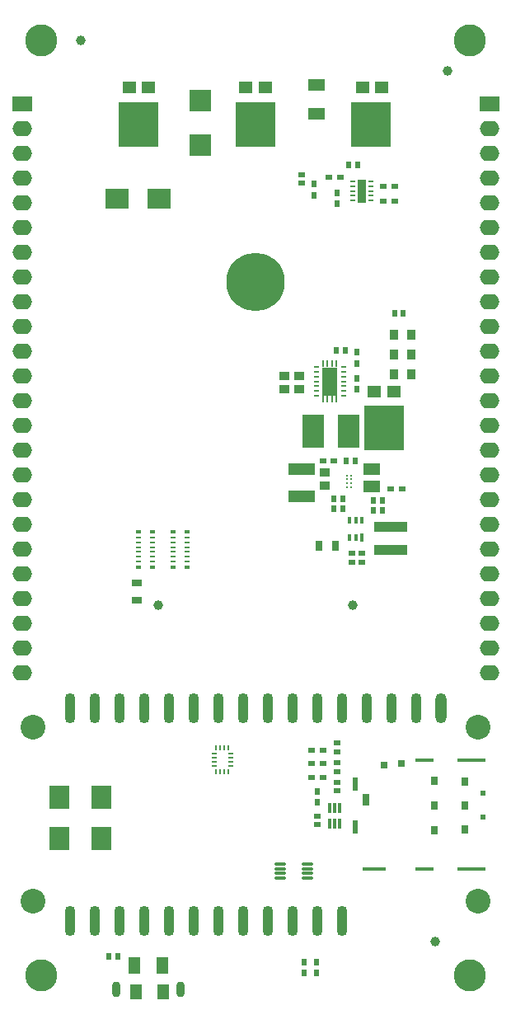
<source format=gbr>
G04*
G04 #@! TF.GenerationSoftware,Altium Limited,Altium Designer,22.4.2 (48)*
G04*
G04 Layer_Color=255*
%FSLAX25Y25*%
%MOIN*%
G70*
G04*
G04 #@! TF.SameCoordinates,F1429C7B-AB02-4E32-93F6-432C4BA2DB55*
G04*
G04*
G04 #@! TF.FilePolarity,Positive*
G04*
G01*
G75*
%ADD49C,0.03937*%
G04:AMPARAMS|DCode=57|XSize=45.67mil|YSize=122.05mil|CornerRadius=22.84mil|HoleSize=0mil|Usage=FLASHONLY|Rotation=0.000|XOffset=0mil|YOffset=0mil|HoleType=Round|Shape=RoundedRectangle|*
%AMROUNDEDRECTD57*
21,1,0.04567,0.07638,0,0,0.0*
21,1,0.00000,0.12205,0,0,0.0*
1,1,0.04567,0.00000,-0.03819*
1,1,0.04567,0.00000,-0.03819*
1,1,0.04567,0.00000,0.03819*
1,1,0.04567,0.00000,0.03819*
%
%ADD57ROUNDEDRECTD57*%
G04:AMPARAMS|DCode=58|XSize=43.31mil|YSize=122.05mil|CornerRadius=21.65mil|HoleSize=0mil|Usage=FLASHONLY|Rotation=0.000|XOffset=0mil|YOffset=0mil|HoleType=Round|Shape=RoundedRectangle|*
%AMROUNDEDRECTD58*
21,1,0.04331,0.07874,0,0,0.0*
21,1,0.00000,0.12205,0,0,0.0*
1,1,0.04331,0.00000,-0.03937*
1,1,0.04331,0.00000,-0.03937*
1,1,0.04331,0.00000,0.03937*
1,1,0.04331,0.00000,0.03937*
%
%ADD58ROUNDEDRECTD58*%
%ADD59O,0.03543X0.06299*%
%ADD60C,0.23622*%
%ADD61O,0.07874X0.06299*%
%ADD62R,0.07874X0.06299*%
%ADD63C,0.10000*%
%ADD64C,0.12992*%
%ADD66R,0.03937X0.03543*%
%ADD67R,0.09055X0.09055*%
%ADD68R,0.01968X0.00984*%
%ADD69R,0.03307X0.09449*%
%ADD70R,0.08661X0.13780*%
%ADD71C,0.00965*%
%ADD72R,0.16339X0.18307*%
%ADD73R,0.05709X0.04528*%
%ADD74O,0.02362X0.00945*%
%ADD75R,0.06221X0.11221*%
%ADD76R,0.00787X0.03051*%
%ADD77R,0.01181X0.03898*%
G04:AMPARAMS|DCode=78|XSize=44.09mil|YSize=10.63mil|CornerRadius=1.33mil|HoleSize=0mil|Usage=FLASHONLY|Rotation=0.000|XOffset=0mil|YOffset=0mil|HoleType=Round|Shape=RoundedRectangle|*
%AMROUNDEDRECTD78*
21,1,0.04409,0.00797,0,0,0.0*
21,1,0.04144,0.01063,0,0,0.0*
1,1,0.00266,0.02072,-0.00399*
1,1,0.00266,-0.02072,-0.00399*
1,1,0.00266,-0.02072,0.00399*
1,1,0.00266,0.02072,0.00399*
%
%ADD78ROUNDEDRECTD78*%
%ADD79R,0.01968X0.01673*%
%ADD80R,0.01968X0.00984*%
%ADD81R,0.04724X0.06496*%
G04:AMPARAMS|DCode=82|XSize=18.23mil|YSize=8.66mil|CornerRadius=1.08mil|HoleSize=0mil|Usage=FLASHONLY|Rotation=0.000|XOffset=0mil|YOffset=0mil|HoleType=Round|Shape=RoundedRectangle|*
%AMROUNDEDRECTD82*
21,1,0.01823,0.00650,0,0,0.0*
21,1,0.01606,0.00866,0,0,0.0*
1,1,0.00217,0.00803,-0.00325*
1,1,0.00217,-0.00803,-0.00325*
1,1,0.00217,-0.00803,0.00325*
1,1,0.00217,0.00803,0.00325*
%
%ADD82ROUNDEDRECTD82*%
G04:AMPARAMS|DCode=83|XSize=22.13mil|YSize=8.86mil|CornerRadius=1.11mil|HoleSize=0mil|Usage=FLASHONLY|Rotation=0.000|XOffset=0mil|YOffset=0mil|HoleType=Round|Shape=RoundedRectangle|*
%AMROUNDEDRECTD83*
21,1,0.02213,0.00664,0,0,0.0*
21,1,0.01991,0.00886,0,0,0.0*
1,1,0.00222,0.00996,-0.00332*
1,1,0.00222,-0.00996,-0.00332*
1,1,0.00222,-0.00996,0.00332*
1,1,0.00222,0.00996,0.00332*
%
%ADD83ROUNDEDRECTD83*%
G04:AMPARAMS|DCode=84|XSize=18.23mil|YSize=8.66mil|CornerRadius=1.08mil|HoleSize=0mil|Usage=FLASHONLY|Rotation=270.000|XOffset=0mil|YOffset=0mil|HoleType=Round|Shape=RoundedRectangle|*
%AMROUNDEDRECTD84*
21,1,0.01823,0.00650,0,0,270.0*
21,1,0.01606,0.00866,0,0,270.0*
1,1,0.00217,-0.00325,-0.00803*
1,1,0.00217,-0.00325,0.00803*
1,1,0.00217,0.00325,0.00803*
1,1,0.00217,0.00325,-0.00803*
%
%ADD84ROUNDEDRECTD84*%
%ADD85R,0.01378X0.03543*%
%ADD86R,0.01378X0.03150*%
%ADD87R,0.11417X0.01772*%
%ADD88R,0.02756X0.03543*%
%ADD89R,0.02362X0.02362*%
%ADD90R,0.07480X0.01772*%
%ADD91R,0.09449X0.01772*%
%ADD92R,0.01968X0.05512*%
%ADD93R,0.02559X0.04724*%
%ADD94R,0.02756X0.02953*%
%ADD95R,0.02756X0.02756*%
%ADD96R,0.13386X0.03858*%
%ADD97R,0.03937X0.02756*%
%ADD98R,0.08465X0.09646*%
%ADD99R,0.03347X0.04331*%
%ADD100R,0.10630X0.05118*%
%ADD101R,0.05118X0.07087*%
%ADD102R,0.02362X0.02520*%
%ADD103R,0.07165X0.04724*%
%ADD104R,0.07087X0.05118*%
%ADD105R,0.02520X0.02362*%
%ADD106R,0.09646X0.08465*%
%ADD107R,0.02756X0.03937*%
%ADD108R,0.02362X0.02953*%
%ADD109R,0.02953X0.02362*%
D49*
X172754Y27500D02*
D03*
X29254Y392000D02*
D03*
X177754Y379500D02*
D03*
X60630Y163386D02*
D03*
X139370D02*
D03*
D57*
X175000Y121740D02*
D03*
D58*
X115000D02*
D03*
X125000D02*
D03*
X135000D02*
D03*
X145000D02*
D03*
X155000D02*
D03*
X165000D02*
D03*
X105000D02*
D03*
X95000D02*
D03*
X85000D02*
D03*
X75000D02*
D03*
X65000D02*
D03*
X55000D02*
D03*
X45000D02*
D03*
X35000D02*
D03*
X25000D02*
D03*
X135000Y35740D02*
D03*
X25000D02*
D03*
X35000D02*
D03*
X45000D02*
D03*
X55000D02*
D03*
X65000D02*
D03*
X75000D02*
D03*
X85000D02*
D03*
X95000D02*
D03*
X105000D02*
D03*
X115000D02*
D03*
X125000D02*
D03*
D59*
X43701Y8268D02*
D03*
X69685D02*
D03*
D60*
X100000Y294291D02*
D03*
D61*
X5512Y136142D02*
D03*
Y146142D02*
D03*
Y156142D02*
D03*
Y166142D02*
D03*
Y176142D02*
D03*
Y186142D02*
D03*
Y196142D02*
D03*
Y206142D02*
D03*
Y216142D02*
D03*
Y226142D02*
D03*
Y236142D02*
D03*
Y246142D02*
D03*
Y256142D02*
D03*
Y266142D02*
D03*
Y276142D02*
D03*
Y286142D02*
D03*
Y296142D02*
D03*
Y306142D02*
D03*
Y316142D02*
D03*
Y326142D02*
D03*
Y336142D02*
D03*
Y346142D02*
D03*
Y356142D02*
D03*
X194488Y136142D02*
D03*
Y146142D02*
D03*
Y156142D02*
D03*
Y166142D02*
D03*
Y176142D02*
D03*
Y186142D02*
D03*
Y196142D02*
D03*
Y206142D02*
D03*
Y216142D02*
D03*
Y226142D02*
D03*
Y236142D02*
D03*
Y246142D02*
D03*
Y256142D02*
D03*
Y266142D02*
D03*
Y276142D02*
D03*
Y286142D02*
D03*
Y296142D02*
D03*
Y306142D02*
D03*
Y316142D02*
D03*
Y326142D02*
D03*
Y336142D02*
D03*
Y346142D02*
D03*
Y356142D02*
D03*
D62*
X5512Y366142D02*
D03*
X194488D02*
D03*
D63*
X10000Y43740D02*
D03*
Y114016D02*
D03*
X190000D02*
D03*
Y43740D02*
D03*
D64*
X186614Y391732D02*
D03*
X13386Y13780D02*
D03*
X186614D02*
D03*
X13386Y391732D02*
D03*
D66*
X128000Y217158D02*
D03*
Y211842D02*
D03*
X117500Y256157D02*
D03*
Y250842D02*
D03*
X111500Y256157D02*
D03*
Y250842D02*
D03*
D67*
X77500Y367358D02*
D03*
Y349642D02*
D03*
D68*
X139260Y334937D02*
D03*
X146740D02*
D03*
X139260Y332968D02*
D03*
X146740D02*
D03*
X139260Y331000D02*
D03*
X146740D02*
D03*
X139260Y329031D02*
D03*
X146740D02*
D03*
X139260Y327063D02*
D03*
X146740D02*
D03*
D69*
X143000Y331000D02*
D03*
D70*
X137784Y234000D02*
D03*
X123216D02*
D03*
D71*
X138500Y216000D02*
D03*
Y214425D02*
D03*
Y212850D02*
D03*
Y211276D02*
D03*
X136925Y216000D02*
D03*
Y214425D02*
D03*
Y212850D02*
D03*
Y211276D02*
D03*
D72*
X146744Y358000D02*
D03*
X152000Y235063D02*
D03*
X52756Y358000D02*
D03*
X100000D02*
D03*
D73*
X151122Y372764D02*
D03*
X143366D02*
D03*
X155878Y249827D02*
D03*
X148122D02*
D03*
X56634Y372764D02*
D03*
X48878D02*
D03*
X96122D02*
D03*
X103878D02*
D03*
D74*
X135512Y259906D02*
D03*
Y257937D02*
D03*
Y255968D02*
D03*
Y254000D02*
D03*
Y252031D02*
D03*
Y250063D02*
D03*
Y248095D02*
D03*
X124488D02*
D03*
Y250063D02*
D03*
Y252031D02*
D03*
Y254000D02*
D03*
Y255968D02*
D03*
Y257937D02*
D03*
Y259906D02*
D03*
D75*
X130000Y254000D02*
D03*
D76*
X127284Y246913D02*
D03*
X129095D02*
D03*
X130905D02*
D03*
X132717D02*
D03*
Y261087D02*
D03*
X130905D02*
D03*
X129095D02*
D03*
X127284D02*
D03*
D77*
X133968Y81669D02*
D03*
X130032D02*
D03*
X132000D02*
D03*
X133968Y75331D02*
D03*
X132000D02*
D03*
X130032D02*
D03*
D78*
X121031Y53047D02*
D03*
Y55016D02*
D03*
Y56984D02*
D03*
Y58953D02*
D03*
X109968D02*
D03*
Y56984D02*
D03*
Y55016D02*
D03*
Y53047D02*
D03*
D79*
X66547Y178766D02*
D03*
Y193234D02*
D03*
X72453D02*
D03*
Y178766D02*
D03*
X52547D02*
D03*
Y193234D02*
D03*
X58453D02*
D03*
Y178766D02*
D03*
D80*
X66547Y181079D02*
D03*
Y188953D02*
D03*
Y183047D02*
D03*
Y185016D02*
D03*
Y186984D02*
D03*
Y190921D02*
D03*
X72453D02*
D03*
Y186984D02*
D03*
Y185016D02*
D03*
Y183047D02*
D03*
Y188953D02*
D03*
Y181079D02*
D03*
X52547D02*
D03*
Y188953D02*
D03*
Y183047D02*
D03*
Y185016D02*
D03*
Y186984D02*
D03*
Y190921D02*
D03*
X58453D02*
D03*
Y186984D02*
D03*
Y185016D02*
D03*
Y183047D02*
D03*
Y188953D02*
D03*
Y181079D02*
D03*
D81*
X51488Y7283D02*
D03*
X62512D02*
D03*
D82*
X89827Y98638D02*
D03*
Y100213D02*
D03*
Y101787D02*
D03*
Y103362D02*
D03*
X83173D02*
D03*
Y101787D02*
D03*
Y100213D02*
D03*
D83*
X83370Y98638D02*
D03*
D84*
X84138Y96098D02*
D03*
X85713D02*
D03*
X87287D02*
D03*
X88862D02*
D03*
Y105902D02*
D03*
X87287D02*
D03*
X85713D02*
D03*
X84138D02*
D03*
D85*
X143059Y190992D02*
D03*
D86*
X140500Y190795D02*
D03*
X137941D02*
D03*
Y198000D02*
D03*
X140500D02*
D03*
X143059D02*
D03*
D87*
X187402Y56693D02*
D03*
Y100689D02*
D03*
D88*
X184646Y72992D02*
D03*
X172165Y72598D02*
D03*
Y82598D02*
D03*
X184646D02*
D03*
Y92205D02*
D03*
X172165Y92598D02*
D03*
D89*
X191929Y77795D02*
D03*
Y87402D02*
D03*
D90*
X168307Y56693D02*
D03*
Y100689D02*
D03*
D91*
X148031Y56693D02*
D03*
D92*
X140354Y73937D02*
D03*
Y91260D02*
D03*
D93*
X144587Y84764D02*
D03*
D94*
X151969Y98721D02*
D03*
D95*
X159055Y99410D02*
D03*
D96*
X154500Y195165D02*
D03*
Y185835D02*
D03*
D97*
X52000Y172346D02*
D03*
Y165654D02*
D03*
D98*
X37500Y85965D02*
D03*
Y69035D02*
D03*
X20500D02*
D03*
Y85965D02*
D03*
D99*
X163142Y257000D02*
D03*
X155858D02*
D03*
X163142Y265000D02*
D03*
X155858D02*
D03*
X163142Y273000D02*
D03*
X155858D02*
D03*
D100*
X118500Y218512D02*
D03*
Y207488D02*
D03*
D101*
X50984Y17857D02*
D03*
X62402D02*
D03*
D102*
X159732Y281500D02*
D03*
X156268D02*
D03*
X141232Y341500D02*
D03*
X137768D02*
D03*
X44232Y21500D02*
D03*
X40768D02*
D03*
X151232Y202000D02*
D03*
X147768D02*
D03*
Y206000D02*
D03*
X151232D02*
D03*
X132768Y266500D02*
D03*
X136232D02*
D03*
X140232Y222000D02*
D03*
X136768D02*
D03*
X135232Y206500D02*
D03*
X131768D02*
D03*
X131768Y202500D02*
D03*
X135232D02*
D03*
D103*
X147000Y211614D02*
D03*
Y218386D02*
D03*
D104*
X124500Y362291D02*
D03*
Y373709D02*
D03*
D105*
X125000Y78232D02*
D03*
Y74768D02*
D03*
X133000Y99732D02*
D03*
Y96268D02*
D03*
Y104268D02*
D03*
Y107732D02*
D03*
Y92000D02*
D03*
Y88535D02*
D03*
X118504Y334095D02*
D03*
Y337559D02*
D03*
X143000Y181000D02*
D03*
Y184465D02*
D03*
X139000D02*
D03*
Y181000D02*
D03*
D106*
X44035Y328000D02*
D03*
X60965D02*
D03*
D107*
X125654Y187500D02*
D03*
X132346D02*
D03*
D108*
X133000Y330264D02*
D03*
Y325736D02*
D03*
X125000Y83736D02*
D03*
Y88264D02*
D03*
X123622Y333760D02*
D03*
Y329232D02*
D03*
X119500Y14736D02*
D03*
Y19264D02*
D03*
X124500Y14736D02*
D03*
Y19264D02*
D03*
X141000Y255264D02*
D03*
Y250736D02*
D03*
Y261236D02*
D03*
Y265764D02*
D03*
D109*
X134264Y336500D02*
D03*
X129736D02*
D03*
X156264Y333000D02*
D03*
X151736D02*
D03*
Y327000D02*
D03*
X156264D02*
D03*
X122736Y99500D02*
D03*
X127264D02*
D03*
X122736Y105000D02*
D03*
X127264D02*
D03*
X122736Y94000D02*
D03*
X127264D02*
D03*
X131764Y222000D02*
D03*
X127236D02*
D03*
X159264Y210500D02*
D03*
X154736D02*
D03*
M02*

</source>
